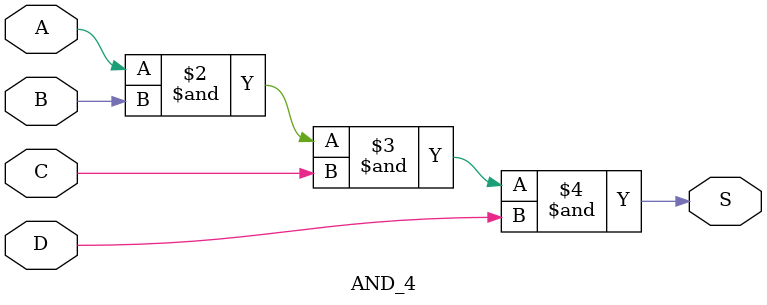
<source format=v>
module AND_4(S,A,B,C,D);
	input A,B,C,D;
	output reg S;
	always @*
		S = A&B&C&D;
endmodule
</source>
